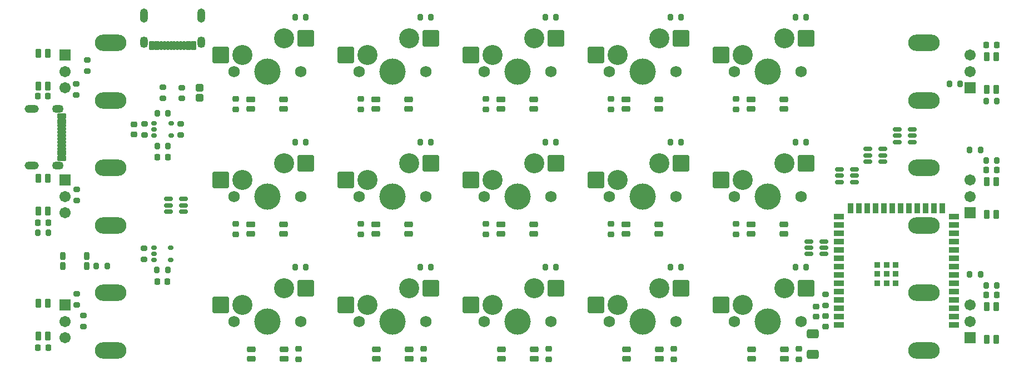
<source format=gbr>
%TF.GenerationSoftware,KiCad,Pcbnew,8.0.5*%
%TF.CreationDate,2024-11-23T20:31:31+11:00*%
%TF.ProjectId,Macro Mixer,4d616372-6f20-44d6-9978-65722e6b6963,rev?*%
%TF.SameCoordinates,Original*%
%TF.FileFunction,Soldermask,Bot*%
%TF.FilePolarity,Negative*%
%FSLAX46Y46*%
G04 Gerber Fmt 4.6, Leading zero omitted, Abs format (unit mm)*
G04 Created by KiCad (PCBNEW 8.0.5) date 2024-11-23 20:31:31*
%MOMM*%
%LPD*%
G01*
G04 APERTURE LIST*
G04 Aperture macros list*
%AMRoundRect*
0 Rectangle with rounded corners*
0 $1 Rounding radius*
0 $2 $3 $4 $5 $6 $7 $8 $9 X,Y pos of 4 corners*
0 Add a 4 corners polygon primitive as box body*
4,1,4,$2,$3,$4,$5,$6,$7,$8,$9,$2,$3,0*
0 Add four circle primitives for the rounded corners*
1,1,$1+$1,$2,$3*
1,1,$1+$1,$4,$5*
1,1,$1+$1,$6,$7*
1,1,$1+$1,$8,$9*
0 Add four rect primitives between the rounded corners*
20,1,$1+$1,$2,$3,$4,$5,0*
20,1,$1+$1,$4,$5,$6,$7,0*
20,1,$1+$1,$6,$7,$8,$9,0*
20,1,$1+$1,$8,$9,$2,$3,0*%
G04 Aperture macros list end*
%ADD10RoundRect,0.225000X0.225000X-0.440625X0.225000X0.440625X-0.225000X0.440625X-0.225000X-0.440625X0*%
%ADD11RoundRect,0.225000X0.225000X-0.439062X0.225000X0.439062X-0.225000X0.439062X-0.225000X-0.439062X0*%
%ADD12RoundRect,0.225000X0.225000X-0.437500X0.225000X0.437500X-0.225000X0.437500X-0.225000X-0.437500X0*%
%ADD13RoundRect,0.225000X0.440625X0.225000X-0.440625X0.225000X-0.440625X-0.225000X0.440625X-0.225000X0*%
%ADD14RoundRect,0.225000X0.439062X0.225000X-0.439062X0.225000X-0.439062X-0.225000X0.439062X-0.225000X0*%
%ADD15RoundRect,0.225000X0.437500X0.225000X-0.437500X0.225000X-0.437500X-0.225000X0.437500X-0.225000X0*%
%ADD16RoundRect,0.225000X-0.440625X-0.225000X0.440625X-0.225000X0.440625X0.225000X-0.440625X0.225000X0*%
%ADD17RoundRect,0.225000X-0.439062X-0.225000X0.439062X-0.225000X0.439062X0.225000X-0.439062X0.225000X0*%
%ADD18RoundRect,0.225000X-0.437500X-0.225000X0.437500X-0.225000X0.437500X0.225000X-0.437500X0.225000X0*%
%ADD19RoundRect,0.225000X-0.225000X0.440625X-0.225000X-0.440625X0.225000X-0.440625X0.225000X0.440625X0*%
%ADD20RoundRect,0.225000X-0.225000X0.439062X-0.225000X-0.439062X0.225000X-0.439062X0.225000X0.439062X0*%
%ADD21RoundRect,0.225000X-0.225000X0.437500X-0.225000X-0.437500X0.225000X-0.437500X0.225000X0.437500X0*%
%ADD22RoundRect,0.102000X0.754000X-0.754000X0.754000X0.754000X-0.754000X0.754000X-0.754000X-0.754000X0*%
%ADD23C,1.712000*%
%ADD24O,4.804000X2.504000*%
%ADD25RoundRect,0.102000X-0.754000X0.754000X-0.754000X-0.754000X0.754000X-0.754000X0.754000X0.754000X0*%
%ADD26C,1.750000*%
%ADD27C,3.050000*%
%ADD28C,4.000000*%
%ADD29RoundRect,0.250000X-1.025000X-1.000000X1.025000X-1.000000X1.025000X1.000000X-1.025000X1.000000X0*%
%ADD30RoundRect,0.200000X0.200000X0.275000X-0.200000X0.275000X-0.200000X-0.275000X0.200000X-0.275000X0*%
%ADD31RoundRect,0.225000X-0.225000X-0.250000X0.225000X-0.250000X0.225000X0.250000X-0.225000X0.250000X0*%
%ADD32RoundRect,0.200000X-0.275000X0.200000X-0.275000X-0.200000X0.275000X-0.200000X0.275000X0.200000X0*%
%ADD33RoundRect,0.225000X-0.250000X0.225000X-0.250000X-0.225000X0.250000X-0.225000X0.250000X0.225000X0*%
%ADD34RoundRect,0.200000X-0.200000X-0.275000X0.200000X-0.275000X0.200000X0.275000X-0.200000X0.275000X0*%
%ADD35RoundRect,0.225000X0.250000X-0.225000X0.250000X0.225000X-0.250000X0.225000X-0.250000X-0.225000X0*%
%ADD36RoundRect,0.150000X0.512500X0.150000X-0.512500X0.150000X-0.512500X-0.150000X0.512500X-0.150000X0*%
%ADD37RoundRect,0.165600X-0.421400X0.386400X-0.421400X-0.386400X0.421400X-0.386400X0.421400X0.386400X0*%
%ADD38RoundRect,0.225000X0.225000X0.250000X-0.225000X0.250000X-0.225000X-0.250000X0.225000X-0.250000X0*%
%ADD39RoundRect,0.102000X-0.300000X-0.575000X0.300000X-0.575000X0.300000X0.575000X-0.300000X0.575000X0*%
%ADD40RoundRect,0.102000X-0.150000X-0.575000X0.150000X-0.575000X0.150000X0.575000X-0.150000X0.575000X0*%
%ADD41O,1.254000X1.754000*%
%ADD42O,1.254000X2.154000*%
%ADD43RoundRect,0.200000X0.275000X-0.200000X0.275000X0.200000X-0.275000X0.200000X-0.275000X-0.200000X0*%
%ADD44R,1.500000X0.900000*%
%ADD45R,0.900000X1.500000*%
%ADD46R,0.900000X0.900000*%
%ADD47RoundRect,0.150000X0.250000X0.150000X-0.250000X0.150000X-0.250000X-0.150000X0.250000X-0.150000X0*%
%ADD48RoundRect,0.102000X0.575000X-0.300000X0.575000X0.300000X-0.575000X0.300000X-0.575000X-0.300000X0*%
%ADD49RoundRect,0.102000X0.575000X-0.150000X0.575000X0.150000X-0.575000X0.150000X-0.575000X-0.150000X0*%
%ADD50O,1.754000X1.254000*%
%ADD51O,2.154000X1.254000*%
%ADD52RoundRect,0.200000X0.200000X0.400000X-0.200000X0.400000X-0.200000X-0.400000X0.200000X-0.400000X0*%
%ADD53RoundRect,0.250000X-0.650000X0.412500X-0.650000X-0.412500X0.650000X-0.412500X0.650000X0.412500X0*%
G04 APERTURE END LIST*
D10*
%TO.C,U12*%
X225425000Y-97762500D03*
D11*
X224025000Y-97762500D03*
D12*
X224025000Y-102762500D03*
X225425000Y-102762500D03*
%TD*%
D10*
%TO.C,U13*%
X225425000Y-78712500D03*
D11*
X224025000Y-78712500D03*
D12*
X224025000Y-83712500D03*
X225425000Y-83712500D03*
%TD*%
D10*
%TO.C,U11*%
X225425000Y-116812500D03*
D11*
X224025000Y-116812500D03*
D12*
X224025000Y-121812500D03*
X225425000Y-121812500D03*
%TD*%
D13*
%TO.C,U10*%
X150000000Y-104312500D03*
D14*
X150000000Y-105712500D03*
D15*
X155000000Y-105712500D03*
X155000000Y-104312500D03*
%TD*%
D13*
%TO.C,U4*%
X130950000Y-85262500D03*
D14*
X130950000Y-86662500D03*
D15*
X135950000Y-86662500D03*
X135950000Y-85262500D03*
%TD*%
D16*
%TO.C,U19*%
X155050000Y-124762500D03*
D17*
X155050000Y-123362500D03*
D18*
X150050000Y-123362500D03*
X150050000Y-124762500D03*
%TD*%
D13*
%TO.C,U14*%
X111900000Y-85262500D03*
D14*
X111900000Y-86662500D03*
D15*
X116900000Y-86662500D03*
X116900000Y-85262500D03*
%TD*%
D19*
%TO.C,U22*%
X79575000Y-121312501D03*
D20*
X80975000Y-121312501D03*
D21*
X80975000Y-116312501D03*
X79575000Y-116312501D03*
%TD*%
D13*
%TO.C,U5*%
X150000000Y-85262500D03*
D14*
X150000000Y-86662500D03*
D15*
X155000000Y-86662500D03*
X155000000Y-85262500D03*
%TD*%
D16*
%TO.C,U18*%
X136000000Y-124762500D03*
D17*
X136000000Y-123362500D03*
D18*
X131000000Y-123362500D03*
X131000000Y-124762500D03*
%TD*%
D13*
%TO.C,U7*%
X188100000Y-85262500D03*
D14*
X188100000Y-86662500D03*
D15*
X193100000Y-86662500D03*
X193100000Y-85262500D03*
%TD*%
D16*
%TO.C,U21*%
X193150000Y-124762500D03*
D17*
X193150000Y-123362500D03*
D18*
X188150000Y-123362500D03*
X188150000Y-124762500D03*
%TD*%
D13*
%TO.C,U15*%
X169050000Y-104312500D03*
D14*
X169050000Y-105712500D03*
D15*
X174050000Y-105712500D03*
X174050000Y-104312500D03*
%TD*%
D16*
%TO.C,U20*%
X174100000Y-124762500D03*
D17*
X174100000Y-123362500D03*
D18*
X169100000Y-123362500D03*
X169100000Y-124762500D03*
%TD*%
D13*
%TO.C,U16*%
X188100000Y-104312500D03*
D14*
X188100000Y-105712500D03*
D15*
X193100000Y-105712500D03*
X193100000Y-104312500D03*
%TD*%
D13*
%TO.C,U8*%
X111900000Y-104312500D03*
D14*
X111900000Y-105712500D03*
D15*
X116900000Y-105712500D03*
X116900000Y-104312500D03*
%TD*%
D13*
%TO.C,U6*%
X169050000Y-85262500D03*
D14*
X169050000Y-86662500D03*
D15*
X174050000Y-86662500D03*
X174050000Y-85262500D03*
%TD*%
D16*
%TO.C,U17*%
X116950000Y-124762500D03*
D17*
X116950000Y-123362500D03*
D18*
X111950000Y-123362500D03*
X111950000Y-124762500D03*
%TD*%
D13*
%TO.C,U9*%
X130950000Y-104312500D03*
D14*
X130950000Y-105712500D03*
D15*
X135950000Y-105712500D03*
X135950000Y-104312500D03*
%TD*%
D19*
%TO.C,U23*%
X79575000Y-102262501D03*
D20*
X80975000Y-102262501D03*
D21*
X80975000Y-97262501D03*
X79575000Y-97262501D03*
%TD*%
D19*
%TO.C,U24*%
X79575000Y-83212501D03*
D20*
X80975000Y-83212501D03*
D21*
X80975000Y-78212501D03*
X79575000Y-78212501D03*
%TD*%
D22*
%TO.C,R21*%
X221412500Y-102512500D03*
D23*
X221412500Y-100012500D03*
X221412500Y-97512500D03*
D24*
X214412500Y-104412500D03*
X214412500Y-95612500D03*
%TD*%
D25*
%TO.C,R40*%
X83587500Y-78462500D03*
D23*
X83587500Y-80962500D03*
X83587500Y-83462500D03*
D24*
X90587500Y-76562500D03*
X90587500Y-85362500D03*
%TD*%
D26*
%TO.C,SW3*%
X147420000Y-80962500D03*
D27*
X148690000Y-78422500D03*
D28*
X152500000Y-80962500D03*
D27*
X155040000Y-75882500D03*
D26*
X157580000Y-80962500D03*
D29*
X145415000Y-78422500D03*
X158342000Y-75882500D03*
%TD*%
D26*
%TO.C,SW14*%
X166470000Y-119062500D03*
D27*
X167740000Y-116522500D03*
D28*
X171550000Y-119062500D03*
D27*
X174090000Y-113982500D03*
D26*
X176630000Y-119062500D03*
D29*
X164465000Y-116522500D03*
X177392000Y-113982500D03*
%TD*%
D22*
%TO.C,R18*%
X221412500Y-121562500D03*
D23*
X221412500Y-119062500D03*
X221412500Y-116562500D03*
D24*
X214412500Y-123462500D03*
X214412500Y-114662500D03*
%TD*%
D26*
%TO.C,SW7*%
X128370000Y-100012500D03*
D27*
X129640000Y-97472500D03*
D28*
X133450000Y-100012500D03*
D27*
X135990000Y-94932500D03*
D26*
X138530000Y-100012500D03*
D29*
X126365000Y-97472500D03*
X139292000Y-94932500D03*
%TD*%
D26*
%TO.C,SW15*%
X185520000Y-119062500D03*
D27*
X186790000Y-116522500D03*
D28*
X190600000Y-119062500D03*
D27*
X193140000Y-113982500D03*
D26*
X195680000Y-119062500D03*
D29*
X183515000Y-116522500D03*
X196442000Y-113982500D03*
%TD*%
D26*
%TO.C,SW4*%
X166470000Y-80962500D03*
D27*
X167740000Y-78422500D03*
D28*
X171550000Y-80962500D03*
D27*
X174090000Y-75882500D03*
D26*
X176630000Y-80962500D03*
D29*
X164465000Y-78422500D03*
X177392000Y-75882500D03*
%TD*%
D26*
%TO.C,SW8*%
X147420000Y-100012500D03*
D27*
X148690000Y-97472500D03*
D28*
X152500000Y-100012500D03*
D27*
X155040000Y-94932500D03*
D26*
X157580000Y-100012500D03*
D29*
X145415000Y-97472500D03*
X158342000Y-94932500D03*
%TD*%
D22*
%TO.C,R24*%
X221412500Y-83462500D03*
D23*
X221412500Y-80962500D03*
X221412500Y-78462500D03*
D24*
X214412500Y-85362500D03*
X214412500Y-76562500D03*
%TD*%
D26*
%TO.C,SW10*%
X185520000Y-100012500D03*
D27*
X186790000Y-97472500D03*
D28*
X190600000Y-100012500D03*
D27*
X193140000Y-94932500D03*
D26*
X195680000Y-100012500D03*
D29*
X183515000Y-97472500D03*
X196442000Y-94932500D03*
%TD*%
D25*
%TO.C,R37*%
X83587500Y-97512500D03*
D23*
X83587500Y-100012500D03*
X83587500Y-102512500D03*
D24*
X90587500Y-95612500D03*
X90587500Y-104412500D03*
%TD*%
D26*
%TO.C,SW13*%
X147420000Y-119062500D03*
D27*
X148690000Y-116522500D03*
D28*
X152500000Y-119062500D03*
D27*
X155040000Y-113982500D03*
D26*
X157580000Y-119062500D03*
D29*
X145415000Y-116522500D03*
X158342000Y-113982500D03*
%TD*%
D26*
%TO.C,SW1*%
X109320000Y-80962500D03*
D27*
X110590000Y-78422500D03*
D28*
X114400000Y-80962500D03*
D27*
X116940000Y-75882500D03*
D26*
X119480000Y-80962500D03*
D29*
X107315000Y-78422500D03*
X120242000Y-75882500D03*
%TD*%
D26*
%TO.C,SW9*%
X166470000Y-100012500D03*
D27*
X167740000Y-97472500D03*
D28*
X171550000Y-100012500D03*
D27*
X174090000Y-94932500D03*
D26*
X176630000Y-100012500D03*
D29*
X164465000Y-97472500D03*
X177392000Y-94932500D03*
%TD*%
D25*
%TO.C,R34*%
X83587500Y-116562500D03*
D23*
X83587500Y-119062500D03*
X83587500Y-121562500D03*
D24*
X90587500Y-114662500D03*
X90587500Y-123462500D03*
%TD*%
D26*
%TO.C,SW6*%
X109320000Y-100012500D03*
D27*
X110590000Y-97472500D03*
D28*
X114400000Y-100012500D03*
D27*
X116940000Y-94932500D03*
D26*
X119480000Y-100012500D03*
D29*
X107315000Y-97472500D03*
X120242000Y-94932500D03*
%TD*%
D26*
%TO.C,SW11*%
X109320000Y-119062500D03*
D27*
X110590000Y-116522500D03*
D28*
X114400000Y-119062500D03*
D27*
X116940000Y-113982500D03*
D26*
X119480000Y-119062500D03*
D29*
X107315000Y-116522500D03*
X120242000Y-113982500D03*
%TD*%
D26*
%TO.C,SW12*%
X128370000Y-119062500D03*
D27*
X129640000Y-116522500D03*
D28*
X133450000Y-119062500D03*
D27*
X135990000Y-113982500D03*
D26*
X138530000Y-119062500D03*
D29*
X126365000Y-116522500D03*
X139292000Y-113982500D03*
%TD*%
D26*
%TO.C,SW2*%
X128370000Y-80962500D03*
D27*
X129640000Y-78422500D03*
D28*
X133450000Y-80962500D03*
D27*
X135990000Y-75882500D03*
D26*
X138530000Y-80962500D03*
D29*
X126365000Y-78422500D03*
X139292000Y-75882500D03*
%TD*%
D26*
%TO.C,SW5*%
X185520000Y-80962500D03*
D27*
X186790000Y-78422500D03*
D28*
X190600000Y-80962500D03*
D27*
X193140000Y-75882500D03*
D26*
X195680000Y-80962500D03*
D29*
X183515000Y-78422500D03*
X196442000Y-75882500D03*
%TD*%
D30*
%TO.C,R8*%
X90025000Y-110600000D03*
X88375000Y-110600000D03*
%TD*%
D31*
%TO.C,C30*%
X79500000Y-104012500D03*
X81050000Y-104012500D03*
%TD*%
D32*
%TO.C,R33*%
X85400000Y-114875000D03*
X85400000Y-116525000D03*
%TD*%
D33*
%TO.C,C13*%
X166800000Y-85187500D03*
X166800000Y-86737500D03*
%TD*%
D30*
%TO.C,R10*%
X139350000Y-72712500D03*
X137700000Y-72712500D03*
%TD*%
%TO.C,R30*%
X158400000Y-110812500D03*
X156750000Y-110812500D03*
%TD*%
D31*
%TO.C,C31*%
X79450000Y-84712500D03*
X81000000Y-84712500D03*
%TD*%
D33*
%TO.C,C16*%
X128700000Y-104237500D03*
X128700000Y-105787500D03*
%TD*%
D32*
%TO.C,R41*%
X85300000Y-82875000D03*
X85300000Y-84525000D03*
%TD*%
D34*
%TO.C,R19*%
X221375000Y-111900000D03*
X223025000Y-111900000D03*
%TD*%
D35*
%TO.C,C27*%
X176350000Y-124837500D03*
X176350000Y-123287500D03*
%TD*%
D30*
%TO.C,R15*%
X139350000Y-91762500D03*
X137700000Y-91762500D03*
%TD*%
%TO.C,R9*%
X120300000Y-72712500D03*
X118650000Y-72712500D03*
%TD*%
%TO.C,R28*%
X120300000Y-110812500D03*
X118650000Y-110812500D03*
%TD*%
D35*
%TO.C,C25*%
X138250000Y-124837500D03*
X138250000Y-123287500D03*
%TD*%
D30*
%TO.C,R20*%
X225550000Y-94512500D03*
X223900000Y-94512500D03*
%TD*%
D33*
%TO.C,C12*%
X147750000Y-85187500D03*
X147750000Y-86737500D03*
%TD*%
D30*
%TO.C,R31*%
X177450000Y-110812500D03*
X175800000Y-110812500D03*
%TD*%
%TO.C,C5*%
X99250000Y-111252500D03*
X97600000Y-111252500D03*
%TD*%
D32*
%TO.C,R1*%
X101375000Y-83437500D03*
X101375000Y-85087500D03*
%TD*%
D33*
%TO.C,C10*%
X199475000Y-118287500D03*
X199475000Y-119837500D03*
%TD*%
%TO.C,C8*%
X197975000Y-116787500D03*
X197975000Y-118337500D03*
%TD*%
D36*
%TO.C,U28*%
X212612500Y-89812500D03*
X212612500Y-90762500D03*
X212612500Y-91712500D03*
X210337500Y-91712500D03*
X210337500Y-90762500D03*
X210337500Y-89812500D03*
%TD*%
%TO.C,U25*%
X208162500Y-92800000D03*
X208162500Y-93750000D03*
X208162500Y-94700000D03*
X205887500Y-94700000D03*
X205887500Y-93750000D03*
X205887500Y-92800000D03*
%TD*%
D33*
%TO.C,C15*%
X109650000Y-104237500D03*
X109650000Y-105787500D03*
%TD*%
D37*
%TO.C,L1*%
X104075000Y-83427500D03*
X104075000Y-84997500D03*
%TD*%
D32*
%TO.C,R2*%
X98475000Y-83412500D03*
X98475000Y-85062500D03*
%TD*%
D38*
%TO.C,C20*%
X225500000Y-76962500D03*
X223950000Y-76962500D03*
%TD*%
D30*
%TO.C,R13*%
X196500000Y-72712500D03*
X194850000Y-72712500D03*
%TD*%
D38*
%TO.C,C7*%
X99200000Y-113002500D03*
X97650000Y-113002500D03*
%TD*%
D30*
%TO.C,R29*%
X139350000Y-110812500D03*
X137700000Y-110812500D03*
%TD*%
D39*
%TO.C,J1*%
X96800000Y-77050000D03*
X97600000Y-77050000D03*
D40*
X98750000Y-77050000D03*
X99750000Y-77050000D03*
X100250000Y-77050000D03*
X101250000Y-77050000D03*
D39*
X103200000Y-77050000D03*
X102400000Y-77050000D03*
D40*
X101750000Y-77050000D03*
X100750000Y-77050000D03*
X99250000Y-77050000D03*
X98250000Y-77050000D03*
D41*
X95680000Y-76475000D03*
X104320000Y-76475000D03*
D42*
X95680000Y-72475000D03*
X104320000Y-72475000D03*
%TD*%
D43*
%TO.C,R7*%
X199475000Y-116637500D03*
X199475000Y-114987500D03*
%TD*%
D34*
%TO.C,R23*%
X218300000Y-82900000D03*
X219950000Y-82900000D03*
%TD*%
D30*
%TO.C,C4*%
X99300000Y-92312500D03*
X97650000Y-92312500D03*
%TD*%
%TO.C,R12*%
X177450000Y-72712500D03*
X175800000Y-72712500D03*
%TD*%
D38*
%TO.C,C6*%
X99250000Y-94062500D03*
X97700000Y-94062500D03*
%TD*%
D32*
%TO.C,C2*%
X95725000Y-88987500D03*
X95725000Y-90637500D03*
%TD*%
D30*
%TO.C,R25*%
X225550000Y-85462500D03*
X223900000Y-85462500D03*
%TD*%
D31*
%TO.C,C29*%
X79500000Y-123062500D03*
X81050000Y-123062500D03*
%TD*%
D43*
%TO.C,R35*%
X86425000Y-119837500D03*
X86425000Y-118187500D03*
%TD*%
D44*
%TO.C,ESP32*%
X201475000Y-119572500D03*
X201475000Y-118302500D03*
X201475000Y-117032500D03*
X201475000Y-115762500D03*
X201475000Y-114492500D03*
X201475000Y-113222500D03*
X201475000Y-111952500D03*
X201475000Y-110682500D03*
X201475000Y-109412500D03*
X201475000Y-108142500D03*
X201475000Y-106872500D03*
X201475000Y-105602500D03*
X201475000Y-104332500D03*
X201475000Y-103062500D03*
D45*
X203240000Y-101812500D03*
X204510000Y-101812500D03*
X205780000Y-101812500D03*
X207050000Y-101812500D03*
X208320000Y-101812500D03*
X209590000Y-101812500D03*
X210860000Y-101812500D03*
X212130000Y-101812500D03*
X213400000Y-101812500D03*
X214670000Y-101812500D03*
X215940000Y-101812500D03*
X217210000Y-101812500D03*
D44*
X218975000Y-103062500D03*
X218975000Y-104332500D03*
X218975000Y-105602500D03*
X218975000Y-106872500D03*
X218975000Y-108142500D03*
X218975000Y-109412500D03*
X218975000Y-110682500D03*
X218975000Y-111952500D03*
X218975000Y-113222500D03*
X218975000Y-114492500D03*
X218975000Y-115762500D03*
X218975000Y-117032500D03*
X218975000Y-118302500D03*
X218975000Y-119572500D03*
D46*
X207325000Y-110452500D03*
X207325000Y-110452500D03*
X207325000Y-111852500D03*
X207325000Y-113252500D03*
X208725000Y-110452500D03*
X208725000Y-111852500D03*
X208725000Y-113252500D03*
X208725000Y-113252500D03*
X210125000Y-110452500D03*
X210125000Y-111852500D03*
X210125000Y-113252500D03*
%TD*%
D30*
%TO.C,R14*%
X120300000Y-91762500D03*
X118650000Y-91762500D03*
%TD*%
D47*
%TO.C,U1*%
X97175000Y-90762500D03*
X97175000Y-89812500D03*
X97175000Y-88862500D03*
X99775000Y-88862500D03*
X99775000Y-90762500D03*
%TD*%
%TO.C,U2*%
X97125000Y-109712500D03*
X97125000Y-108762500D03*
X97125000Y-107812500D03*
X99725000Y-107812500D03*
X99725000Y-109712500D03*
%TD*%
D33*
%TO.C,C1*%
X94100000Y-89025000D03*
X94100000Y-90575000D03*
%TD*%
%TO.C,C14*%
X185850000Y-85187500D03*
X185850000Y-86737500D03*
%TD*%
D43*
%TO.C,R39*%
X87025000Y-80887500D03*
X87025000Y-79237500D03*
%TD*%
D36*
%TO.C,U26*%
X203862500Y-95912500D03*
X203862500Y-96862500D03*
X203862500Y-97812500D03*
X201587500Y-97812500D03*
X201587500Y-96862500D03*
X201587500Y-95912500D03*
%TD*%
D30*
%TO.C,R26*%
X177450000Y-91762500D03*
X175800000Y-91762500D03*
%TD*%
D34*
%TO.C,R22*%
X221400000Y-92962500D03*
X223050000Y-92962500D03*
%TD*%
D48*
%TO.C,J2*%
X83075000Y-94200000D03*
X83075000Y-93400000D03*
D49*
X83075000Y-92250000D03*
X83075000Y-91250000D03*
X83075000Y-90750000D03*
X83075000Y-89750000D03*
D48*
X83075000Y-87800000D03*
X83075000Y-88600000D03*
D49*
X83075000Y-89250000D03*
X83075000Y-90250000D03*
X83075000Y-91750000D03*
X83075000Y-92750000D03*
D50*
X82500000Y-95320000D03*
X82500000Y-86680000D03*
D51*
X78500000Y-95320000D03*
X78500000Y-86680000D03*
%TD*%
D30*
%TO.C,R16*%
X158400000Y-91762500D03*
X156750000Y-91762500D03*
%TD*%
D43*
%TO.C,R3*%
X101225000Y-90637500D03*
X101225000Y-88987500D03*
%TD*%
D35*
%TO.C,C26*%
X157300000Y-124837500D03*
X157300000Y-123287500D03*
%TD*%
D33*
%TO.C,C22*%
X166800000Y-104237500D03*
X166800000Y-105787500D03*
%TD*%
D43*
%TO.C,R38*%
X85375000Y-100637500D03*
X85375000Y-98987500D03*
%TD*%
D30*
%TO.C,R27*%
X196500000Y-91762500D03*
X194850000Y-91762500D03*
%TD*%
D32*
%TO.C,C3*%
X95675000Y-107927500D03*
X95675000Y-109577500D03*
%TD*%
D30*
%TO.C,R4*%
X99300000Y-87312500D03*
X97650000Y-87312500D03*
%TD*%
%TO.C,R11*%
X158400000Y-72712500D03*
X156750000Y-72712500D03*
%TD*%
D33*
%TO.C,C17*%
X147750000Y-104237500D03*
X147750000Y-105787500D03*
%TD*%
%TO.C,C11*%
X128700000Y-85187500D03*
X128700000Y-86737500D03*
%TD*%
D35*
%TO.C,C28*%
X195400000Y-124837500D03*
X195400000Y-123287500D03*
%TD*%
D33*
%TO.C,C23*%
X185850000Y-104237500D03*
X185850000Y-105787500D03*
%TD*%
D30*
%TO.C,R17*%
X225550000Y-113562500D03*
X223900000Y-113562500D03*
%TD*%
D34*
%TO.C,R36*%
X79450000Y-105512500D03*
X81100000Y-105512500D03*
%TD*%
D35*
%TO.C,C24*%
X119200000Y-124837500D03*
X119200000Y-123287500D03*
%TD*%
D36*
%TO.C,U27*%
X199162500Y-106912500D03*
X199162500Y-107862500D03*
X199162500Y-108812500D03*
X196887500Y-108812500D03*
X196887500Y-107862500D03*
X196887500Y-106912500D03*
%TD*%
%TO.C,U3*%
X101662500Y-100412500D03*
X101662500Y-101362500D03*
X101662500Y-102312500D03*
X99387500Y-102312500D03*
X99387500Y-101362500D03*
X99387500Y-100412500D03*
%TD*%
D38*
%TO.C,C18*%
X225500000Y-115062500D03*
X223950000Y-115062500D03*
%TD*%
D52*
%TO.C,BootSW1*%
X86950000Y-110650000D03*
X86950000Y-109150000D03*
X83250000Y-110650000D03*
X83250000Y-109150000D03*
%TD*%
D53*
%TO.C,C9*%
X197475000Y-121000000D03*
X197475000Y-124125000D03*
%TD*%
D30*
%TO.C,R32*%
X196500000Y-110812500D03*
X194850000Y-110812500D03*
%TD*%
D33*
%TO.C,C21*%
X109650000Y-85187500D03*
X109650000Y-86737500D03*
%TD*%
D38*
%TO.C,C19*%
X225500000Y-96012500D03*
X223950000Y-96012500D03*
%TD*%
M02*

</source>
